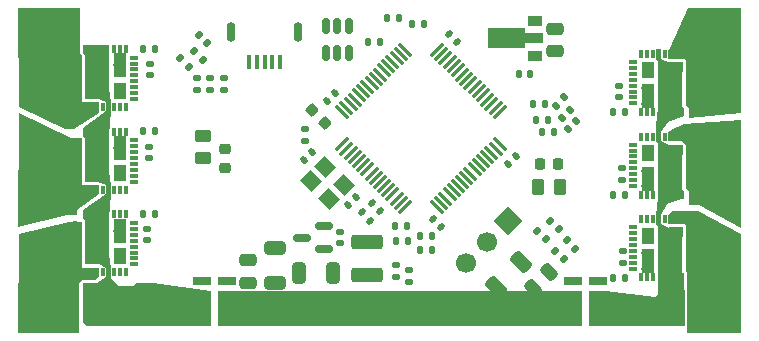
<source format=gbr>
%TF.GenerationSoftware,KiCad,Pcbnew,(6.0.5)*%
%TF.CreationDate,2022-09-09T17:06:15+01:00*%
%TF.ProjectId,ESC,4553432e-6b69-4636-9164-5f7063625858,rev?*%
%TF.SameCoordinates,Original*%
%TF.FileFunction,Soldermask,Top*%
%TF.FilePolarity,Negative*%
%FSLAX46Y46*%
G04 Gerber Fmt 4.6, Leading zero omitted, Abs format (unit mm)*
G04 Created by KiCad (PCBNEW (6.0.5)) date 2022-09-09 17:06:15*
%MOMM*%
%LPD*%
G01*
G04 APERTURE LIST*
G04 Aperture macros list*
%AMRoundRect*
0 Rectangle with rounded corners*
0 $1 Rounding radius*
0 $2 $3 $4 $5 $6 $7 $8 $9 X,Y pos of 4 corners*
0 Add a 4 corners polygon primitive as box body*
4,1,4,$2,$3,$4,$5,$6,$7,$8,$9,$2,$3,0*
0 Add four circle primitives for the rounded corners*
1,1,$1+$1,$2,$3*
1,1,$1+$1,$4,$5*
1,1,$1+$1,$6,$7*
1,1,$1+$1,$8,$9*
0 Add four rect primitives between the rounded corners*
20,1,$1+$1,$2,$3,$4,$5,0*
20,1,$1+$1,$4,$5,$6,$7,0*
20,1,$1+$1,$6,$7,$8,$9,0*
20,1,$1+$1,$8,$9,$2,$3,0*%
%AMHorizOval*
0 Thick line with rounded ends*
0 $1 width*
0 $2 $3 position (X,Y) of the first rounded end (center of the circle)*
0 $4 $5 position (X,Y) of the second rounded end (center of the circle)*
0 Add line between two ends*
20,1,$1,$2,$3,$4,$5,0*
0 Add two circle primitives to create the rounded ends*
1,1,$1,$2,$3*
1,1,$1,$4,$5*%
%AMRotRect*
0 Rectangle, with rotation*
0 The origin of the aperture is its center*
0 $1 length*
0 $2 width*
0 $3 Rotation angle, in degrees counterclockwise*
0 Add horizontal line*
21,1,$1,$2,0,0,$3*%
%AMFreePoly0*
4,1,9,3.862500,-0.866500,0.737500,-0.866500,0.737500,-0.450000,-0.737500,-0.450000,-0.737500,0.450000,0.737500,0.450000,0.737500,0.866500,3.862500,0.866500,3.862500,-0.866500,3.862500,-0.866500,$1*%
G04 Aperture macros list end*
%ADD10C,0.000000*%
%ADD11RoundRect,0.140000X0.170000X-0.140000X0.170000X0.140000X-0.170000X0.140000X-0.170000X-0.140000X0*%
%ADD12RoundRect,0.140000X-0.170000X0.140000X-0.170000X-0.140000X0.170000X-0.140000X0.170000X0.140000X0*%
%ADD13R,1.495000X2.950000*%
%ADD14R,1.495000X0.700000*%
%ADD15O,0.750000X1.650000*%
%ADD16R,0.400000X1.200000*%
%ADD17HorizOval,1.700000X0.000000X0.000000X0.000000X0.000000X0*%
%ADD18RotRect,1.700000X1.700000X315.000000*%
%ADD19RoundRect,0.135000X-0.226274X-0.035355X-0.035355X-0.226274X0.226274X0.035355X0.035355X0.226274X0*%
%ADD20RoundRect,0.250000X-0.159099X0.512652X-0.512652X0.159099X0.159099X-0.512652X0.512652X-0.159099X0*%
%ADD21RoundRect,0.135000X-0.185000X0.135000X-0.185000X-0.135000X0.185000X-0.135000X0.185000X0.135000X0*%
%ADD22RoundRect,0.250000X-0.229810X0.689429X-0.689429X0.229810X0.229810X-0.689429X0.689429X-0.229810X0*%
%ADD23RoundRect,0.135000X-0.135000X-0.185000X0.135000X-0.185000X0.135000X0.185000X-0.135000X0.185000X0*%
%ADD24RoundRect,0.140000X-0.219203X-0.021213X-0.021213X-0.219203X0.219203X0.021213X0.021213X0.219203X0*%
%ADD25RoundRect,0.140000X-0.140000X-0.170000X0.140000X-0.170000X0.140000X0.170000X-0.140000X0.170000X0*%
%ADD26RoundRect,0.140000X0.140000X0.170000X-0.140000X0.170000X-0.140000X-0.170000X0.140000X-0.170000X0*%
%ADD27RoundRect,0.250000X-0.325000X-0.650000X0.325000X-0.650000X0.325000X0.650000X-0.325000X0.650000X0*%
%ADD28RoundRect,0.135000X0.135000X0.185000X-0.135000X0.185000X-0.135000X-0.185000X0.135000X-0.185000X0*%
%ADD29RoundRect,0.250000X-0.475000X0.250000X-0.475000X-0.250000X0.475000X-0.250000X0.475000X0.250000X0*%
%ADD30RoundRect,0.135000X-0.035355X0.226274X-0.226274X0.035355X0.035355X-0.226274X0.226274X-0.035355X0*%
%ADD31RoundRect,0.135000X0.226274X0.035355X0.035355X0.226274X-0.226274X-0.035355X-0.035355X-0.226274X0*%
%ADD32R,0.750000X0.350000*%
%ADD33R,1.130000X1.420000*%
%ADD34C,0.500000*%
%ADD35R,0.350000X0.650000*%
%ADD36R,1.130000X2.080000*%
%ADD37R,2.020000X3.050000*%
%ADD38R,0.350000X0.750000*%
%ADD39R,1.150000X0.850000*%
%ADD40R,0.350000X0.420000*%
%ADD41R,0.420000X0.350000*%
%ADD42R,1.350000X0.330000*%
%ADD43R,0.330000X3.850000*%
%ADD44RoundRect,0.250000X0.450000X-0.262500X0.450000X0.262500X-0.450000X0.262500X-0.450000X-0.262500X0*%
%ADD45R,1.300000X0.900000*%
%ADD46FreePoly0,180.000000*%
%ADD47RoundRect,0.218750X0.218750X0.256250X-0.218750X0.256250X-0.218750X-0.256250X0.218750X-0.256250X0*%
%ADD48RoundRect,0.140000X0.219203X0.021213X0.021213X0.219203X-0.219203X-0.021213X-0.021213X-0.219203X0*%
%ADD49RoundRect,0.140000X-0.021213X0.219203X-0.219203X0.021213X0.021213X-0.219203X0.219203X-0.021213X0*%
%ADD50RoundRect,0.150000X0.587500X0.150000X-0.587500X0.150000X-0.587500X-0.150000X0.587500X-0.150000X0*%
%ADD51RoundRect,0.225000X-0.335876X-0.017678X-0.017678X-0.335876X0.335876X0.017678X0.017678X0.335876X0*%
%ADD52RoundRect,0.150000X0.150000X-0.512500X0.150000X0.512500X-0.150000X0.512500X-0.150000X-0.512500X0*%
%ADD53RoundRect,0.250000X-0.650000X0.325000X-0.650000X-0.325000X0.650000X-0.325000X0.650000X0.325000X0*%
%ADD54RoundRect,0.140000X0.021213X-0.219203X0.219203X-0.021213X-0.021213X0.219203X-0.219203X0.021213X0*%
%ADD55RoundRect,0.250000X0.262500X0.450000X-0.262500X0.450000X-0.262500X-0.450000X0.262500X-0.450000X0*%
%ADD56RotRect,1.400000X1.200000X315.000000*%
%ADD57RoundRect,0.218750X0.256250X-0.218750X0.256250X0.218750X-0.256250X0.218750X-0.256250X-0.218750X0*%
%ADD58RoundRect,0.075000X-0.441942X-0.548008X0.548008X0.441942X0.441942X0.548008X-0.548008X-0.441942X0*%
%ADD59RoundRect,0.075000X0.441942X-0.548008X0.548008X-0.441942X-0.441942X0.548008X-0.548008X0.441942X0*%
%ADD60RoundRect,0.135000X0.185000X-0.135000X0.185000X0.135000X-0.185000X0.135000X-0.185000X-0.135000X0*%
%ADD61RoundRect,0.250000X1.075000X-0.375000X1.075000X0.375000X-1.075000X0.375000X-1.075000X-0.375000X0*%
G04 APERTURE END LIST*
D10*
G36*
X198145400Y-111353600D02*
G01*
X198170800Y-119659400D01*
X193598800Y-119659400D01*
X193598800Y-114554000D01*
X193471800Y-114427000D01*
X193471800Y-110591600D01*
X193319400Y-110439200D01*
X191998600Y-110439200D01*
X191998600Y-109702600D01*
X192354200Y-109347000D01*
X194538600Y-109347000D01*
X198145400Y-111353600D01*
G37*
G36*
X198170800Y-101092000D02*
G01*
X193700400Y-101498400D01*
X193700400Y-100660200D01*
X193471800Y-100431600D01*
X193471800Y-96570800D01*
X193370200Y-96469200D01*
X191998600Y-96469200D01*
X191998600Y-95707200D01*
X192125600Y-95580200D01*
X193624200Y-92202000D01*
X198170800Y-92176600D01*
X198170800Y-101092000D01*
G37*
G36*
X142316200Y-114122200D02*
G01*
X142417800Y-114223800D01*
X143789400Y-114223800D01*
X143789400Y-114985800D01*
X143433800Y-115214400D01*
X142392400Y-115214400D01*
X142062200Y-115468400D01*
X142062200Y-119659400D01*
X136956800Y-119684800D01*
X136982200Y-111328200D01*
X141274800Y-110261400D01*
X142316200Y-110261400D01*
X142316200Y-114122200D01*
G37*
G36*
X141452600Y-103200200D02*
G01*
X142316200Y-103200200D01*
X142316200Y-107061000D01*
X142417800Y-107162600D01*
X143789400Y-107162600D01*
X143789400Y-107950000D01*
X141909800Y-109270800D01*
X141909800Y-109677200D01*
X141046200Y-109677200D01*
X136956800Y-110718600D01*
X136982200Y-101092000D01*
X141452600Y-103200200D01*
G37*
G36*
X142189200Y-96062800D02*
G01*
X142316200Y-96189800D01*
X142316200Y-100050600D01*
X142443200Y-100177600D01*
X143764000Y-100177600D01*
X143764000Y-101041200D01*
X141681200Y-102463600D01*
X140944600Y-102463600D01*
X136982200Y-100533200D01*
X136931400Y-92176600D01*
X142189200Y-92176600D01*
X142189200Y-96062800D01*
G37*
G36*
X144627600Y-99034600D02*
G01*
X144780000Y-100177600D01*
X144780000Y-100939600D01*
X144627600Y-102971600D01*
X144627600Y-106045000D01*
X144780000Y-107162600D01*
X144780000Y-107950000D01*
X144627600Y-109956600D01*
X144627600Y-113055400D01*
X144780000Y-114173000D01*
X144780000Y-115062000D01*
X145465800Y-115747800D01*
X146634200Y-115747800D01*
X146939000Y-115443000D01*
X148312143Y-115432038D01*
X153263600Y-116128800D01*
X153263600Y-119075200D01*
X142798800Y-119075200D01*
X142392400Y-118745000D01*
X142392400Y-115493800D01*
X143611600Y-115493800D01*
X144399000Y-114935000D01*
X144399000Y-114173000D01*
X143764000Y-113893600D01*
X142570200Y-113893600D01*
X142570200Y-110159800D01*
X142417800Y-109982000D01*
X142417800Y-109321600D01*
X144399000Y-107950000D01*
X144399000Y-107162600D01*
X143738600Y-106883200D01*
X142595600Y-106883200D01*
X142595600Y-103174800D01*
X142417800Y-102997000D01*
X142417800Y-102311200D01*
X144399000Y-100939600D01*
X144399000Y-100177600D01*
X143764000Y-99898200D01*
X142595600Y-99898200D01*
X142595600Y-96164400D01*
X142392400Y-95961200D01*
X142392400Y-95300800D01*
X144653000Y-95300800D01*
X144627600Y-99034600D01*
G37*
G36*
X184658000Y-119075200D02*
G01*
X153847800Y-119075200D01*
X153847800Y-116128800D01*
X184658000Y-116128800D01*
X184658000Y-119075200D01*
G37*
G36*
X191363600Y-96469200D02*
G01*
X191998600Y-96748600D01*
X193167000Y-96748600D01*
X193167000Y-100533200D01*
X193344800Y-100660200D01*
X193344800Y-101295200D01*
X191947800Y-101854000D01*
X191363600Y-102692200D01*
X191363600Y-103479600D01*
X192024000Y-103759000D01*
X193167000Y-103759000D01*
X193167000Y-107518200D01*
X193344800Y-107670600D01*
X193344800Y-108305600D01*
X191871600Y-108762800D01*
X191363600Y-109702600D01*
X191363600Y-110464600D01*
X192024000Y-110769400D01*
X193167000Y-110769400D01*
X193167000Y-114655600D01*
X193344800Y-114655600D01*
X193370200Y-117500400D01*
X193370200Y-119024400D01*
X193319400Y-119075200D01*
X185242200Y-119075200D01*
X185242200Y-116128800D01*
X186740800Y-116128800D01*
X190881000Y-116687600D01*
X191135000Y-116459000D01*
X191135000Y-110718600D01*
X190982600Y-110464600D01*
X190982600Y-109702600D01*
X191135000Y-108280200D01*
X191135000Y-103733600D01*
X190982600Y-103479600D01*
X190982600Y-102057200D01*
X191135000Y-100660200D01*
X191135000Y-96723200D01*
X190982600Y-96469200D01*
X190982600Y-95681800D01*
X191363600Y-95681800D01*
X191363600Y-96469200D01*
G37*
G36*
X198170800Y-110845600D02*
G01*
X194589400Y-108839000D01*
X193700400Y-108839000D01*
X193700400Y-107645200D01*
X193471800Y-107442000D01*
X193471800Y-103759000D01*
X193116200Y-103454200D01*
X191998600Y-103454200D01*
X191998600Y-102692200D01*
X192354200Y-102438200D01*
X193344800Y-102031800D01*
X198170800Y-101625400D01*
X198170800Y-110845600D01*
G37*
D11*
%TO.C,C21*%
X148082000Y-97863600D03*
X148082000Y-96903600D03*
%TD*%
D12*
%TO.C,C20*%
X188112400Y-112781200D03*
X188112400Y-113741200D03*
%TD*%
D11*
%TO.C,C19*%
X147980400Y-104874000D03*
X147980400Y-103914000D03*
%TD*%
D12*
%TO.C,C18*%
X188087000Y-106725600D03*
X188087000Y-105765600D03*
%TD*%
D11*
%TO.C,C17*%
X147878800Y-111861600D03*
X147878800Y-110901600D03*
%TD*%
D12*
%TO.C,C16*%
X187807600Y-98780600D03*
X187807600Y-99740600D03*
%TD*%
D13*
%TO.C,R22*%
X154609800Y-117602000D03*
D14*
X154609800Y-115277000D03*
X152503800Y-115277000D03*
D13*
X152503800Y-117602000D03*
%TD*%
%TO.C,R21*%
X186002000Y-117602000D03*
D14*
X186002000Y-115277000D03*
X183896000Y-115277000D03*
D13*
X183896000Y-117602000D03*
%TD*%
D15*
%TO.C,J1*%
X154985200Y-94239600D03*
X160635200Y-94239600D03*
D16*
X159110200Y-96739600D03*
X158460200Y-96739600D03*
X157810200Y-96739600D03*
X157160200Y-96739600D03*
X156510200Y-96739600D03*
%TD*%
D17*
%TO.C,J3*%
X174817498Y-113802702D03*
X176613549Y-112006651D03*
D18*
X178409600Y-110210600D03*
%TD*%
D19*
%TO.C,R11*%
X150642376Y-96413376D03*
X151363624Y-97134624D03*
%TD*%
D20*
%TO.C,C24*%
X181864000Y-114554000D03*
X180520498Y-115897502D03*
%TD*%
D21*
%TO.C,R7*%
X168942194Y-113911468D03*
X168942194Y-114931468D03*
%TD*%
D22*
%TO.C,C23*%
X179501800Y-113690400D03*
X177415834Y-115776366D03*
%TD*%
D23*
%TO.C,R27*%
X168908000Y-111937800D03*
X169928000Y-111937800D03*
%TD*%
D24*
%TO.C,C11*%
X172101189Y-110074389D03*
X172780011Y-110753211D03*
%TD*%
D25*
%TO.C,C27*%
X147525800Y-102590600D03*
X148485800Y-102590600D03*
%TD*%
D21*
%TO.C,R16*%
X153162000Y-98092800D03*
X153162000Y-99112800D03*
%TD*%
D26*
%TO.C,C22*%
X188301400Y-115006200D03*
X187341400Y-115006200D03*
%TD*%
D27*
%TO.C,C14*%
X160676800Y-114611100D03*
X163626800Y-114611100D03*
%TD*%
D28*
%TO.C,R14*%
X181787800Y-101650800D03*
X180767800Y-101650800D03*
%TD*%
D21*
%TO.C,R8*%
X161213800Y-102436200D03*
X161213800Y-103456200D03*
%TD*%
D29*
%TO.C,C29*%
X156413200Y-113527800D03*
X156413200Y-115427800D03*
%TD*%
D30*
%TO.C,R17*%
X184180424Y-101721976D03*
X183459176Y-102443224D03*
%TD*%
D31*
%TO.C,R26*%
X183113624Y-113466824D03*
X182392376Y-112745576D03*
%TD*%
D28*
%TO.C,R18*%
X182321200Y-102641400D03*
X181301200Y-102641400D03*
%TD*%
D24*
%TO.C,C13*%
X173394172Y-94385846D03*
X174072994Y-95064668D03*
%TD*%
D32*
%TO.C,IC7*%
X146773200Y-99885600D03*
X146773200Y-99385600D03*
X146773200Y-98885600D03*
X146773200Y-98385600D03*
D33*
X145533200Y-99170600D03*
D32*
X146773200Y-97885600D03*
X146773200Y-97385600D03*
X146773200Y-96885600D03*
D34*
X145821400Y-96352600D03*
D32*
X146773200Y-96385600D03*
D34*
X145262600Y-97020600D03*
D35*
X145593200Y-95655600D03*
D34*
X145821400Y-97673400D03*
D35*
X146093200Y-95655600D03*
X145093200Y-95655600D03*
D36*
X145533200Y-97020600D03*
D34*
X143129000Y-98435400D03*
D35*
X142593200Y-95655600D03*
D37*
X143608200Y-97505600D03*
D35*
X143593200Y-95655600D03*
D34*
X144094200Y-97521000D03*
D38*
X144593200Y-100555600D03*
D34*
X144094200Y-96555800D03*
X144094200Y-98435400D03*
X143129000Y-97521000D03*
X143129000Y-96555800D03*
D35*
X144093200Y-95655600D03*
X143093200Y-95655600D03*
D34*
X143173200Y-99455600D03*
D39*
X143173200Y-99455600D03*
D40*
X143593200Y-100720600D03*
D41*
X141758200Y-99385600D03*
X141758200Y-99885600D03*
X141758200Y-96385600D03*
D40*
X142593200Y-100720600D03*
D42*
X143093200Y-100345600D03*
D41*
X141758200Y-97385600D03*
X141758200Y-96885600D03*
X141758200Y-97885600D03*
D40*
X143093200Y-100720600D03*
D41*
X141758200Y-98385600D03*
X141758200Y-98885600D03*
D43*
X142133200Y-98135600D03*
D38*
X144093200Y-100555600D03*
X145093200Y-100555600D03*
X145593200Y-100555600D03*
X146093200Y-100555600D03*
%TD*%
D32*
%TO.C,IC5*%
X146773200Y-106885600D03*
X146773200Y-106385600D03*
X146773200Y-105885600D03*
D33*
X145533200Y-106170600D03*
D32*
X146773200Y-105385600D03*
X146773200Y-104885600D03*
X146773200Y-104385600D03*
X146773200Y-103885600D03*
X146773200Y-103385600D03*
D34*
X145262600Y-104020600D03*
D35*
X145093200Y-102655600D03*
X145593200Y-102655600D03*
D34*
X145821400Y-103352600D03*
D35*
X146093200Y-102655600D03*
D34*
X145821400Y-104673400D03*
D36*
X145533200Y-104020600D03*
D34*
X143129000Y-104521000D03*
X143173200Y-106455600D03*
X144094200Y-104521000D03*
X144094200Y-105435400D03*
X144094200Y-103555800D03*
X143129000Y-105435400D03*
X143129000Y-103555800D03*
D35*
X143593200Y-102655600D03*
D37*
X143608200Y-104505600D03*
D35*
X142593200Y-102655600D03*
X144093200Y-102655600D03*
X143093200Y-102655600D03*
D39*
X143173200Y-106455600D03*
D38*
X144593200Y-107555600D03*
D40*
X143093200Y-107720600D03*
D41*
X141758200Y-106385600D03*
D43*
X142133200Y-105135600D03*
D42*
X143093200Y-107345600D03*
D41*
X141758200Y-106885600D03*
X141758200Y-104385600D03*
X141758200Y-103385600D03*
X141758200Y-103885600D03*
D40*
X142593200Y-107720600D03*
D41*
X141758200Y-105385600D03*
D40*
X143593200Y-107720600D03*
D41*
X141758200Y-104885600D03*
X141758200Y-105885600D03*
D38*
X144093200Y-107555600D03*
X145093200Y-107555600D03*
X145593200Y-107555600D03*
X146093200Y-107555600D03*
%TD*%
D23*
%TO.C,R24*%
X168857200Y-110642400D03*
X169877200Y-110642400D03*
%TD*%
D25*
%TO.C,C15*%
X179329202Y-97790000D03*
X180289202Y-97790000D03*
%TD*%
D44*
%TO.C,R4*%
X152577800Y-104849300D03*
X152577800Y-103024300D03*
%TD*%
D26*
%TO.C,C26*%
X188301400Y-108006200D03*
X187341400Y-108006200D03*
%TD*%
D29*
%TO.C,C1*%
X182422803Y-93919000D03*
X182422803Y-95819000D03*
%TD*%
D23*
%TO.C,R1*%
X168169400Y-92989400D03*
X169189400Y-92989400D03*
%TD*%
D19*
%TO.C,R23*%
X181985976Y-110180176D03*
X182707224Y-110901424D03*
%TD*%
D45*
%TO.C,U3*%
X180669202Y-96242004D03*
D46*
X180581702Y-94742004D03*
D45*
X180669202Y-93242004D03*
%TD*%
D28*
%TO.C,R3*%
X167540400Y-95046800D03*
X166520400Y-95046800D03*
%TD*%
D47*
%TO.C,D1*%
X182656900Y-105384600D03*
X181081900Y-105384600D03*
%TD*%
D48*
%TO.C,C3*%
X166747362Y-110171147D03*
X166068540Y-109492325D03*
%TD*%
D49*
%TO.C,C12*%
X179079211Y-104739651D03*
X178400389Y-105418473D03*
%TD*%
D19*
%TO.C,R29*%
X180893776Y-111043776D03*
X181615024Y-111765024D03*
%TD*%
D32*
%TO.C,IC4*%
X188996400Y-103751200D03*
X188996400Y-104251200D03*
X188996400Y-104751200D03*
X188996400Y-105251200D03*
D33*
X190236400Y-104466200D03*
D32*
X188996400Y-105751200D03*
X188996400Y-106251200D03*
X188996400Y-106751200D03*
D35*
X189676400Y-107981200D03*
D34*
X189948200Y-107284200D03*
D35*
X190676400Y-107981200D03*
D34*
X190507000Y-106616200D03*
D36*
X190236400Y-106616200D03*
D35*
X190176400Y-107981200D03*
D32*
X188996400Y-107251200D03*
D34*
X189948200Y-105963400D03*
D35*
X191676400Y-107981200D03*
D39*
X192596400Y-104181200D03*
D34*
X192640600Y-107081000D03*
D35*
X192676400Y-107981200D03*
D34*
X192596400Y-104181200D03*
X191675400Y-107081000D03*
X192640600Y-105201400D03*
X191675400Y-105201400D03*
X192640600Y-106115800D03*
D35*
X192176400Y-107981200D03*
X193176400Y-107981200D03*
D37*
X192161400Y-106131200D03*
D34*
X191675400Y-106115800D03*
D38*
X191176400Y-103081200D03*
D41*
X194011400Y-104251200D03*
D43*
X193636400Y-105501200D03*
D41*
X194011400Y-104751200D03*
X194011400Y-106751200D03*
D40*
X192176400Y-102916200D03*
D41*
X194011400Y-107251200D03*
D40*
X193176400Y-102916200D03*
D42*
X192676400Y-103291200D03*
D41*
X194011400Y-103751200D03*
X194011400Y-105251200D03*
X194011400Y-106251200D03*
X194011400Y-105751200D03*
D40*
X192676400Y-102916200D03*
D38*
X191676400Y-103081200D03*
X190676400Y-103081200D03*
X190176400Y-103081200D03*
X189676400Y-103081200D03*
%TD*%
D26*
%TO.C,C25*%
X188301400Y-101006200D03*
X187341400Y-101006200D03*
%TD*%
D50*
%TO.C,U1*%
X162839400Y-112566500D03*
X162839400Y-110666500D03*
X160964400Y-111616500D03*
%TD*%
D51*
%TO.C,C9*%
X161826378Y-100801252D03*
X162922394Y-101897268D03*
%TD*%
D28*
%TO.C,R30*%
X171985400Y-112674400D03*
X170965400Y-112674400D03*
%TD*%
D12*
%TO.C,C2*%
X164185600Y-111136500D03*
X164185600Y-112096500D03*
%TD*%
D30*
%TO.C,R9*%
X183189824Y-99740776D03*
X182468576Y-100462024D03*
%TD*%
%TO.C,R13*%
X183672424Y-100807576D03*
X182951176Y-101528824D03*
%TD*%
D52*
%TO.C,U2*%
X163007000Y-96006500D03*
X163957000Y-96006500D03*
X164907000Y-96006500D03*
X164907000Y-93731500D03*
X163957000Y-93731500D03*
X163007000Y-93731500D03*
%TD*%
D28*
%TO.C,R10*%
X181533800Y-100330000D03*
X180513800Y-100330000D03*
%TD*%
D53*
%TO.C,C28*%
X158673800Y-115470200D03*
X158673800Y-112520200D03*
%TD*%
D54*
%TO.C,C6*%
X161125972Y-105065290D03*
X161804794Y-104386468D03*
%TD*%
D32*
%TO.C,IC3*%
X146773200Y-113885600D03*
X146773200Y-113385600D03*
X146773200Y-112885600D03*
X146773200Y-112385600D03*
D33*
X145533200Y-113170600D03*
D32*
X146773200Y-111885600D03*
X146773200Y-111385600D03*
X146773200Y-110885600D03*
D34*
X145821400Y-110352600D03*
D36*
X145533200Y-111020600D03*
D35*
X146093200Y-109655600D03*
D32*
X146773200Y-110385600D03*
D34*
X145821400Y-111673400D03*
D35*
X145593200Y-109655600D03*
D34*
X145262600Y-111020600D03*
D35*
X145093200Y-109655600D03*
D39*
X143173200Y-113455600D03*
D34*
X143173200Y-113455600D03*
X143129000Y-112435400D03*
X144094200Y-110555800D03*
D35*
X143093200Y-109655600D03*
D34*
X143129000Y-111521000D03*
D35*
X143593200Y-109655600D03*
D34*
X144094200Y-112435400D03*
D35*
X142593200Y-109655600D03*
X144093200Y-109655600D03*
D38*
X144593200Y-114555600D03*
D37*
X143608200Y-111505600D03*
D34*
X143129000Y-110555800D03*
X144094200Y-111521000D03*
D41*
X141758200Y-112885600D03*
D40*
X143593200Y-114720600D03*
D41*
X141758200Y-110885600D03*
X141758200Y-110385600D03*
X141758200Y-113885600D03*
X141758200Y-111885600D03*
D40*
X143093200Y-114720600D03*
D41*
X141758200Y-112385600D03*
D40*
X142593200Y-114720600D03*
D42*
X143093200Y-114345600D03*
D43*
X142133200Y-112135600D03*
D41*
X141758200Y-113385600D03*
X141758200Y-111385600D03*
D38*
X144093200Y-114555600D03*
X145093200Y-114555600D03*
X145593200Y-114555600D03*
X146093200Y-114555600D03*
%TD*%
D49*
%TO.C,C7*%
X165563994Y-108196468D03*
X164885172Y-108875290D03*
%TD*%
D55*
%TO.C,R5*%
X182801900Y-107365800D03*
X180976900Y-107365800D03*
%TD*%
D28*
%TO.C,R28*%
X171985400Y-111480600D03*
X170965400Y-111480600D03*
%TD*%
D23*
%TO.C,R2*%
X170305000Y-93522800D03*
X171325000Y-93522800D03*
%TD*%
D32*
%TO.C,IC2*%
X188996400Y-96751200D03*
X188996400Y-97251200D03*
X188996400Y-97751200D03*
D33*
X190236400Y-97466200D03*
D32*
X188996400Y-98251200D03*
X188996400Y-98751200D03*
X188996400Y-99251200D03*
X188996400Y-99751200D03*
D34*
X189948200Y-98963400D03*
X189948200Y-100284200D03*
D35*
X190176400Y-100981200D03*
D34*
X190507000Y-99616200D03*
D35*
X189676400Y-100981200D03*
D32*
X188996400Y-100251200D03*
D35*
X190676400Y-100981200D03*
D36*
X190236400Y-99616200D03*
D38*
X191176400Y-96081200D03*
D35*
X192676400Y-100981200D03*
D34*
X192640600Y-100081000D03*
X191675400Y-98201400D03*
X191675400Y-100081000D03*
X192640600Y-98201400D03*
D37*
X192161400Y-99131200D03*
D34*
X192640600Y-99115800D03*
D35*
X192176400Y-100981200D03*
D39*
X192596400Y-97181200D03*
D35*
X193176400Y-100981200D03*
D34*
X192596400Y-97181200D03*
X191675400Y-99115800D03*
D35*
X191676400Y-100981200D03*
D42*
X192676400Y-96291200D03*
D41*
X194011400Y-97751200D03*
X194011400Y-100251200D03*
X194011400Y-99751200D03*
X194011400Y-98251200D03*
D43*
X193636400Y-98501200D03*
D41*
X194011400Y-96751200D03*
D40*
X193176400Y-95916200D03*
D41*
X194011400Y-99251200D03*
D40*
X192176400Y-95916200D03*
X192676400Y-95916200D03*
D41*
X194011400Y-97251200D03*
X194011400Y-98751200D03*
D38*
X191676400Y-96081200D03*
X190676400Y-96081200D03*
X190176400Y-96081200D03*
X189676400Y-96081200D03*
%TD*%
D32*
%TO.C,IC6*%
X188996400Y-110751200D03*
X188996400Y-111251200D03*
X188996400Y-111751200D03*
D33*
X190236400Y-111466200D03*
D32*
X188996400Y-112251200D03*
X188996400Y-112751200D03*
X188996400Y-113251200D03*
X188996400Y-113751200D03*
D34*
X190507000Y-113616200D03*
D36*
X190236400Y-113616200D03*
D35*
X189676400Y-114981200D03*
D32*
X188996400Y-114251200D03*
D34*
X189948200Y-112963400D03*
D35*
X190676400Y-114981200D03*
X190176400Y-114981200D03*
D34*
X189948200Y-114284200D03*
X192640600Y-114081000D03*
X192640600Y-112201400D03*
D35*
X193176400Y-114981200D03*
D34*
X191675400Y-114081000D03*
X192640600Y-113115800D03*
X192596400Y-111181200D03*
X191675400Y-112201400D03*
X191675400Y-113115800D03*
D39*
X192596400Y-111181200D03*
D38*
X191176400Y-110081200D03*
D35*
X192176400Y-114981200D03*
D37*
X192161400Y-113131200D03*
D35*
X191676400Y-114981200D03*
X192676400Y-114981200D03*
D40*
X192176400Y-109916200D03*
D41*
X194011400Y-111751200D03*
X194011400Y-110751200D03*
X194011400Y-113751200D03*
X194011400Y-112751200D03*
D40*
X192676400Y-109916200D03*
D41*
X194011400Y-113251200D03*
D43*
X193636400Y-112501200D03*
D41*
X194011400Y-112251200D03*
X194011400Y-111251200D03*
D40*
X193176400Y-109916200D03*
D42*
X192676400Y-110291200D03*
D41*
X194011400Y-114251200D03*
D38*
X191676400Y-110081200D03*
X190676400Y-110081200D03*
X190176400Y-110081200D03*
X189676400Y-110081200D03*
%TD*%
D25*
%TO.C,C30*%
X147525800Y-95631000D03*
X148485800Y-95631000D03*
%TD*%
D56*
%TO.C,Y1*%
X161739478Y-106801514D03*
X163295113Y-108357149D03*
X164497194Y-107155068D03*
X162941559Y-105599433D03*
%TD*%
D57*
%TO.C,D2*%
X154432000Y-105689500D03*
X154432000Y-104114500D03*
%TD*%
D19*
%TO.C,R15*%
X151836176Y-95854576D03*
X152557424Y-96575824D03*
%TD*%
%TO.C,R19*%
X152242576Y-94432176D03*
X152963824Y-95153424D03*
%TD*%
D48*
%TO.C,C8*%
X167591506Y-109327002D03*
X166912684Y-108648180D03*
%TD*%
D58*
%TO.C,IC1*%
X164379119Y-103723181D03*
X164732672Y-104076734D03*
X165086225Y-104430287D03*
X165439779Y-104783841D03*
X165793332Y-105137394D03*
X166146886Y-105490948D03*
X166500439Y-105844501D03*
X166853992Y-106198054D03*
X167207546Y-106551608D03*
X167561099Y-106905161D03*
X167914652Y-107258714D03*
X168268206Y-107612268D03*
X168621759Y-107965821D03*
X168975313Y-108319375D03*
X169328866Y-108672928D03*
X169682419Y-109026481D03*
D59*
X172404781Y-109026481D03*
X172758334Y-108672928D03*
X173111887Y-108319375D03*
X173465441Y-107965821D03*
X173818994Y-107612268D03*
X174172548Y-107258714D03*
X174526101Y-106905161D03*
X174879654Y-106551608D03*
X175233208Y-106198054D03*
X175586761Y-105844501D03*
X175940314Y-105490948D03*
X176293868Y-105137394D03*
X176647421Y-104783841D03*
X177000975Y-104430287D03*
X177354528Y-104076734D03*
X177708081Y-103723181D03*
D58*
X177708081Y-101000819D03*
X177354528Y-100647266D03*
X177000975Y-100293713D03*
X176647421Y-99940159D03*
X176293868Y-99586606D03*
X175940314Y-99233052D03*
X175586761Y-98879499D03*
X175233208Y-98525946D03*
X174879654Y-98172392D03*
X174526101Y-97818839D03*
X174172548Y-97465286D03*
X173818994Y-97111732D03*
X173465441Y-96758179D03*
X173111887Y-96404625D03*
X172758334Y-96051072D03*
X172404781Y-95697519D03*
D59*
X169682419Y-95697519D03*
X169328866Y-96051072D03*
X168975313Y-96404625D03*
X168621759Y-96758179D03*
X168268206Y-97111732D03*
X167914652Y-97465286D03*
X167561099Y-97818839D03*
X167207546Y-98172392D03*
X166853992Y-98525946D03*
X166500439Y-98879499D03*
X166146886Y-99233052D03*
X165793332Y-99586606D03*
X165439779Y-99940159D03*
X165086225Y-100293713D03*
X164732672Y-100647266D03*
X164379119Y-101000819D03*
%TD*%
D31*
%TO.C,R25*%
X184104224Y-112577824D03*
X183382976Y-111856576D03*
%TD*%
D60*
%TO.C,R6*%
X170059794Y-115363268D03*
X170059794Y-114343268D03*
%TD*%
D61*
%TO.C,L1*%
X166446200Y-114760200D03*
X166446200Y-111960200D03*
%TD*%
D21*
%TO.C,R12*%
X152044400Y-98092800D03*
X152044400Y-99112800D03*
%TD*%
%TO.C,R20*%
X154330400Y-98092800D03*
X154330400Y-99112800D03*
%TD*%
D54*
%TO.C,C10*%
X163107172Y-100052279D03*
X163785994Y-99373457D03*
%TD*%
D25*
%TO.C,C31*%
X147525800Y-109651800D03*
X148485800Y-109651800D03*
%TD*%
M02*

</source>
